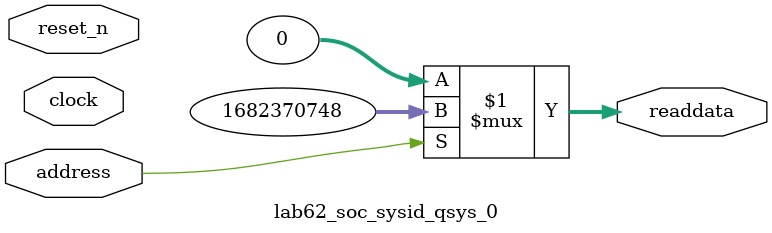
<source format=v>



// synthesis translate_off
`timescale 1ns / 1ps
// synthesis translate_on

// turn off superfluous verilog processor warnings 
// altera message_level Level1 
// altera message_off 10034 10035 10036 10037 10230 10240 10030 

module lab62_soc_sysid_qsys_0 (
               // inputs:
                address,
                clock,
                reset_n,

               // outputs:
                readdata
             )
;

  output  [ 31: 0] readdata;
  input            address;
  input            clock;
  input            reset_n;

  wire    [ 31: 0] readdata;
  //control_slave, which is an e_avalon_slave
  assign readdata = address ? 1682370748 : 0;

endmodule



</source>
